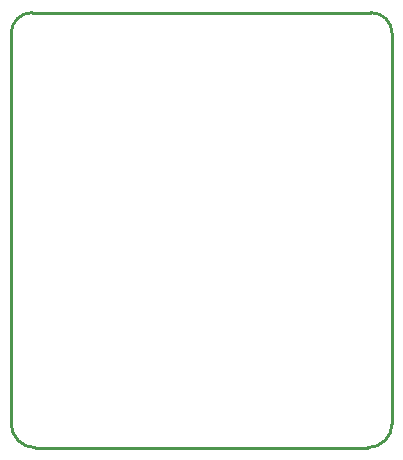
<source format=gbr>
%TF.GenerationSoftware,Altium Limited,Altium Designer,20.0.13 (296)*%
G04 Layer_Color=16711935*
%FSLAX25Y25*%
%MOIN*%
%TF.FileFunction,Keep-out,Top*%
%TF.Part,Single*%
G01*
G75*
%TA.AperFunction,NonConductor*%
%ADD60C,0.01000*%
D60*
X127000Y138000D02*
G03*
X120000Y145000I-7000J0D01*
G01*
X7000D02*
G03*
X0Y138000I0J-7000D01*
G01*
X-0Y8000D02*
G03*
X8000Y0I8000J0D01*
G01*
X119000Y-0D02*
G03*
X127000Y8000I0J8000D01*
G01*
X7000Y145000D02*
X120000D01*
X0Y8000D02*
Y138000D01*
X127000Y8000D02*
Y138000D01*
X8000Y0D02*
X119000D01*
%TF.MD5,40e1d0d6dadb2cfca98934fff6b1f92a*%
M02*

</source>
